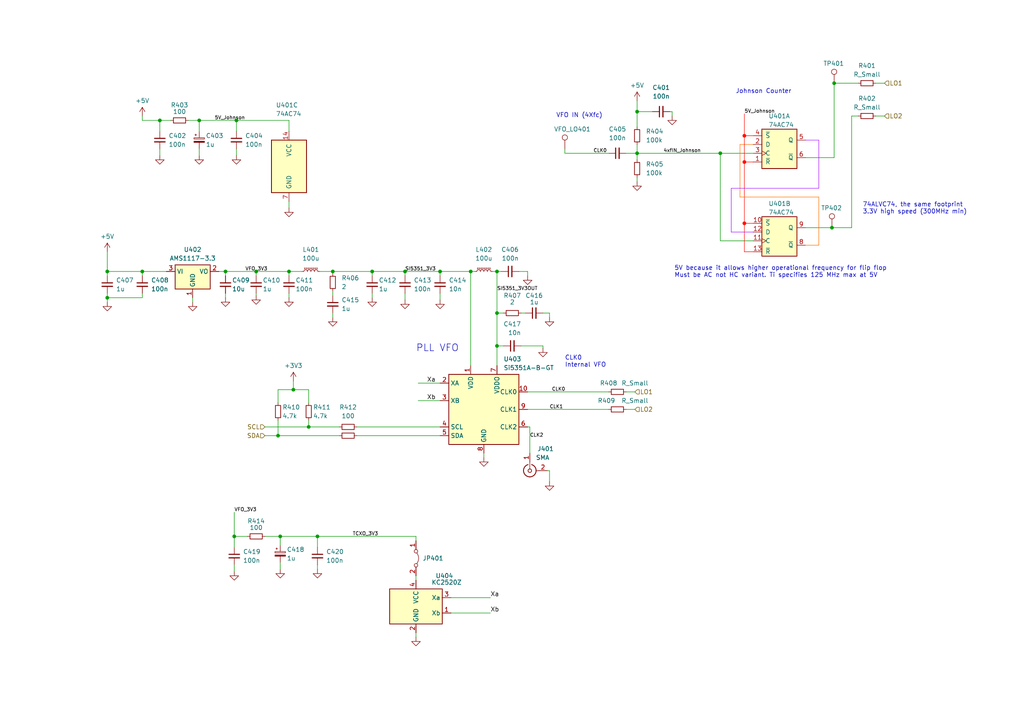
<source format=kicad_sch>
(kicad_sch (version 20231120) (generator "eeschema") (generator_version "8.0")
  (paper "A4")
  (title_block (title "Rhapsody - moduar experimental SDR TRX") (date "2023-10-12") (rev "1.0") (company "SP6GK") (comment 1 "VFO (LO for tayloe)") (comment 2 "Onboard PLL SI5351 or extenal from SMA input"))
  (lib_symbols
    (symbol "74HC74_1" (pin_names (offset 1.016))
      (property "Reference" "U102" (at 2.1941 10.16 0))
      (property "Value" "74HC74" (at 2.1941 7.62 0))
      (symbol "74HC74_1_1_0"
        (pin input line (at -7.62 -3.81 0) (length 2.54) (name "~{R}") (number "1"))
        (pin input line (at -7.62 1.27 0) (length 2.54) (name "D") (number "2"))
        (pin input clock (at -7.62 -1.27 0) (length 2.54) (name "C") (number "3"))
        (pin input line (at -7.62 3.81 0) (length 2.54) (name "~{S}") (number "4"))
        (pin output line (at 7.62 2.54 180) (length 2.54) (name "Q") (number "5"))
        (pin output line (at 7.62 -2.54 180) (length 2.54) (name "~{Q}") (number "6"))
      )
      (symbol "74HC74_1_1_1"
        (rectangle (start -5.08 5.715) (end 5.08 -5.715) (stroke (width 0.254)) (fill (type background)))
      )
      (symbol "74HC74_1_2_0"
        (pin input line (at -7.62 3.81 0) (length 2.54) (name "~{S}") (number "10"))
        (pin input clock (at -7.62 -1.27 0) (length 2.54) (name "C") (number "11"))
        (pin input line (at -7.62 1.27 0) (length 2.54) (name "D") (number "12"))
        (pin input line (at -7.62 -4.445 0) (length 2.54) (name "~{R}") (number "13"))
        (pin output line (at 7.62 -2.54 180) (length 2.54) (name "~{Q}") (number "8"))
        (pin output line (at 7.62 2.54 180) (length 2.54) (name "Q") (number "9"))
      )
      (symbol "74HC74_1_2_1"
        (rectangle (start -5.08 5.715) (end 5.08 -5.715) (stroke (width 0.254)) (fill (type background)))
      )
      (symbol "74HC74_1_3_0"
        (pin power_in line (at 0 10.16 270) (length 2.54) (name "VCC") (number "14"))
        (pin power_in line (at 0 -10.16 90) (length 2.54) (name "GND") (number "7"))
      )
      (symbol "74HC74_1_3_1"
        (rectangle (start -5.08 7.62) (end 5.08 -7.62) (stroke (width 0.254)) (fill (type background)))
      )
    )
    (symbol "74HC74_2" (pin_names (offset 1.016))
      (property "Reference" "U102" (at 2.1941 10.16 0))
      (property "Value" "74HC74" (at 2.1941 7.62 0))
      (symbol "74HC74_2_1_0"
        (pin input line (at -7.62 -3.81 0) (length 2.54) (name "~{R}") (number "1"))
        (pin input line (at -7.62 1.27 0) (length 2.54) (name "D") (number "2"))
        (pin input clock (at -7.62 -1.27 0) (length 2.54) (name "C") (number "3"))
        (pin input line (at -7.62 3.81 0) (length 2.54) (name "~{S}") (number "4"))
        (pin output line (at 7.62 2.54 180) (length 2.54) (name "Q") (number "5"))
        (pin output line (at 7.62 -2.54 180) (length 2.54) (name "~{Q}") (number "6"))
      )
      (symbol "74HC74_2_1_1"
        (rectangle (start -5.08 5.715) (end 5.08 -5.715) (stroke (width 0.254)) (fill (type background)))
      )
      (symbol "74HC74_2_2_0"
        (pin input line (at -7.62 3.81 0) (length 2.54) (name "~{S}") (number "10"))
        (pin input clock (at -7.62 -1.27 0) (length 2.54) (name "C") (number "11"))
        (pin input line (at -7.62 1.27 0) (length 2.54) (name "D") (number "12"))
        (pin input line (at -7.62 -4.445 0) (length 2.54) (name "~{R}") (number "13"))
        (pin output line (at 7.62 -2.54 180) (length 2.54) (name "~{Q}") (number "8"))
        (pin output line (at 7.62 2.54 180) (length 2.54) (name "Q") (number "9"))
      )
      (symbol "74HC74_2_2_1"
        (rectangle (start -5.08 5.715) (end 5.08 -5.715) (stroke (width 0.254)) (fill (type background)))
      )
      (symbol "74HC74_2_3_0"
        (pin power_in line (at 0 10.16 270) (length 2.54) (name "VCC") (number "14"))
        (pin power_in line (at 0 -10.16 90) (length 2.54) (name "GND") (number "7"))
      )
      (symbol "74HC74_2_3_1"
        (rectangle (start -5.08 7.62) (end 5.08 -7.62) (stroke (width 0.254)) (fill (type background)))
      )
    )
    (symbol "74xx:74HC74" (pin_names (offset 1.016))
      (property "Reference" "U102" (at 2.1941 10.16 0))
      (property "Value" "74HC74" (at 2.1941 7.62 0))
      (symbol "74HC74_1_0"
        (pin input line (at -7.62 -3.81 0) (length 2.54) (name "~{R}") (number "1"))
        (pin input line (at -7.62 1.27 0) (length 2.54) (name "D") (number "2"))
        (pin input clock (at -7.62 -1.27 0) (length 2.54) (name "C") (number "3"))
        (pin input line (at -7.62 3.81 0) (length 2.54) (name "~{S}") (number "4"))
        (pin output line (at 7.62 2.54 180) (length 2.54) (name "Q") (number "5"))
        (pin output line (at 7.62 -2.54 180) (length 2.54) (name "~{Q}") (number "6"))
      )
      (symbol "74HC74_1_1"
        (rectangle (start -5.08 5.715) (end 5.08 -5.715) (stroke (width 0.254)) (fill (type background)))
      )
      (symbol "74HC74_2_0"
        (pin input line (at -7.62 3.81 0) (length 2.54) (name "~{S}") (number "10"))
        (pin input clock (at -7.62 -1.27 0) (length 2.54) (name "C") (number "11"))
        (pin input line (at -7.62 1.27 0) (length 2.54) (name "D") (number "12"))
        (pin input line (at -7.62 -4.445 0) (length 2.54) (name "~{R}") (number "13"))
        (pin output line (at 7.62 -2.54 180) (length 2.54) (name "~{Q}") (number "8"))
        (pin output line (at 7.62 2.54 180) (length 2.54) (name "Q") (number "9"))
      )
      (symbol "74HC74_2_1"
        (rectangle (start -5.08 5.715) (end 5.08 -5.715) (stroke (width 0.254)) (fill (type background)))
      )
      (symbol "74HC74_3_0"
        (pin power_in line (at 0 10.16 270) (length 2.54) (name "VCC") (number "14"))
        (pin power_in line (at 0 -10.16 90) (length 2.54) (name "GND") (number "7"))
      )
      (symbol "74HC74_3_1"
        (rectangle (start -5.08 7.62) (end 5.08 -7.62) (stroke (width 0.254)) (fill (type background)))
      )
    )
    (symbol "Connector:Conn_Coaxial" (pin_names (offset 1.016) hide)
      (property "Reference" "J" (at 0.254 3.048 0))
      (property "Value" "Conn_Coaxial" (at 2.921 0 90))
      (symbol "Conn_Coaxial_0_1"
        (arc (start -1.778 -0.508) (mid 0.2311 -1.8066) (end 1.778 0) (stroke (width 0.254)))
        (polyline (pts (xy -2.54 0) (xy -0.508 0)))
        (polyline (pts (xy 0 -2.54) (xy 0 -1.778)))
        (circle (center 0 0) (radius 0.508) (stroke (width 0.2032)))
        (arc (start 1.778 0) (mid 0.2099 1.8101) (end -1.778 0.508) (stroke (width 0.254)))
      )
      (symbol "Conn_Coaxial_1_1"
        (pin passive line (at -5.08 0 0) (length 2.54) (name "In") (number "1"))
        (pin passive line (at 0 -5.08 90) (length 2.54) (name "Ext") (number "2"))
      )
    )
    (symbol "Connector:TestPoint" (pin_numbers hide) (pin_names (offset 0.762) hide)
      (property "Reference" "TP" (at 0 6.858 0))
      (property "Value" "TestPoint" (at 0 5.08 0))
      (symbol "TestPoint_0_1"
        (circle (center 0 3.302) (radius 0.762))
      )
      (symbol "TestPoint_1_1"
        (pin passive line (at 0 0 90) (length 2.54) (name "1") (number "1"))
      )
    )
    (symbol "Device:C_Polarized_Small" (pin_numbers hide) (pin_names (offset 0.254) hide)
      (property "Reference" "C" (at 0.254 1.778 0))
      (property "Value" "C_Polarized_Small" (at 0.254 -2.032 0))
      (symbol "C_Polarized_Small_0_1"
        (rectangle (start -1.524 -0.3048) (end 1.524 -0.6858) (fill (type outline)))
        (rectangle (start -1.524 0.6858) (end 1.524 0.3048))
        (polyline (pts (xy -1.27 1.524) (xy -0.762 1.524)))
        (polyline (pts (xy -1.016 1.27) (xy -1.016 1.778)))
      )
      (symbol "C_Polarized_Small_1_1"
        (pin passive line (at 0 2.54 270) (length 1.8542) (name "~") (number "1"))
        (pin passive line (at 0 -2.54 90) (length 1.8542) (name "~") (number "2"))
      )
    )
    (symbol "Device:C_Small" (pin_numbers hide) (pin_names (offset 0.254) hide)
      (property "Reference" "C" (at 0.254 1.778 0))
      (property "Value" "C_Small" (at 0.254 -2.032 0))
      (symbol "C_Small_0_1"
        (polyline (pts (xy -1.524 -0.508) (xy 1.524 -0.508)) (stroke (width 0.3302)))
        (polyline (pts (xy -1.524 0.508) (xy 1.524 0.508)) (stroke (width 0.3048)))
      )
      (symbol "C_Small_1_1"
        (pin passive line (at 0 2.54 270) (length 2.032) (name "~") (number "1"))
        (pin passive line (at 0 -2.54 90) (length 2.032) (name "~") (number "2"))
      )
    )
    (symbol "Device:L_Ferrite_Small" (pin_numbers hide) (pin_names (offset 0.254) hide)
      (property "Reference" "L" (at 1.27 1.016 0))
      (property "Value" "L_Ferrite_Small" (at 1.27 -1.27 0))
      (symbol "L_Ferrite_Small_0_1"
        (arc (start 0 -2.032) (mid 0.5058 -1.524) (end 0 -1.016))
        (arc (start 0 -1.016) (mid 0.5058 -0.508) (end 0 0))
        (polyline (pts (xy 0.762 -1.905) (xy 0.762 -1.651)))
        (polyline (pts (xy 0.762 -1.397) (xy 0.762 -1.143)))
        (polyline (pts (xy 0.762 -0.889) (xy 0.762 -0.635)))
        (polyline (pts (xy 0.762 -0.381) (xy 0.762 -0.127)))
        (polyline (pts (xy 0.762 0.127) (xy 0.762 0.381)))
        (polyline (pts (xy 0.762 0.635) (xy 0.762 0.889)))
        (polyline (pts (xy 0.762 1.143) (xy 0.762 1.397)))
        (polyline (pts (xy 0.762 1.651) (xy 0.762 1.905)))
        (polyline (pts (xy 1.016 -1.651) (xy 1.016 -1.905)))
        (polyline (pts (xy 1.016 -1.143) (xy 1.016 -1.397)))
        (polyline (pts (xy 1.016 -0.635) (xy 1.016 -0.889)))
        (polyline (pts (xy 1.016 -0.127) (xy 1.016 -0.381)))
        (polyline (pts (xy 1.016 0.381) (xy 1.016 0.127)))
        (polyline (pts (xy 1.016 0.889) (xy 1.016 0.635)))
        (polyline (pts (xy 1.016 1.397) (xy 1.016 1.143)))
        (polyline (pts (xy 1.016 1.905) (xy 1.016 1.651)))
        (arc (start 0 0) (mid 0.5058 0.508) (end 0 1.016))
        (arc (start 0 1.016) (mid 0.5058 1.524) (end 0 2.032))
      )
      (symbol "L_Ferrite_Small_1_1"
        (pin passive line (at 0 2.54 270) (length 0.508) (name "~") (number "1"))
        (pin passive line (at 0 -2.54 90) (length 0.508) (name "~") (number "2"))
      )
    )
    (symbol "Device:R_Small" (pin_numbers hide) (pin_names (offset 0.254) hide)
      (property "Reference" "R" (at 0.762 0.508 0))
      (property "Value" "R_Small" (at 0.762 -1.016 0))
      (symbol "R_Small_0_1"
        (rectangle (start -0.762 1.778) (end 0.762 -1.778) (stroke (width 0.2032)))
      )
      (symbol "R_Small_1_1"
        (pin passive line (at 0 2.54 270) (length 0.762) (name "~") (number "1"))
        (pin passive line (at 0 -2.54 90) (length 0.762) (name "~") (number "2"))
      )
    )
    (symbol "Jumper:Jumper_2_Bridged" (pin_names (offset 0) hide)
      (property "Reference" "JP" (at 0 1.905 0))
      (property "Value" "Jumper_2_Bridged" (at 0 -2.54 0))
      (symbol "Jumper_2_Bridged_0_0"
        (circle (center -2.032 0) (radius 0.508))
        (circle (center 2.032 0) (radius 0.508))
      )
      (symbol "Jumper_2_Bridged_0_1"
        (arc (start 1.524 0.254) (mid 0 0.762) (end -1.524 0.254))
      )
      (symbol "Jumper_2_Bridged_1_1"
        (pin passive line (at -5.08 0 0) (length 2.54) (name "A") (number "1"))
        (pin passive line (at 5.08 0 180) (length 2.54) (name "B") (number "2"))
      )
    )
    (symbol "Oscillator:KC2520Z"
      (property "Reference" "U404" (at 8.255 8.89 0))
      (property "Value" "KC2520Z" (at 8.89 6.985 0))
      (symbol "KC2520Z_0_1"
        (rectangle (start -7.62 5.08) (end 7.62 -5.08) (stroke (width 0.254)) (fill (type background)))
      )
      (symbol "KC2520Z_1_1"
        (pin input line (at 10.16 -1.905 180) (length 2.54) (name "Xb") (number "1"))
        (pin power_in line (at 0 -7.62 90) (length 2.54) (name "GND") (number "2"))
        (pin output line (at 10.16 2.54 180) (length 2.54) (name "Xa") (number "3"))
        (pin power_in line (at 0 7.62 270) (length 2.54) (name "VCC") (number "4"))
      )
    )
    (symbol "Oscillator:Si5351A-B-GT"
      (property "Reference" "U402" (at 2.1941 -12.065 0))
      (property "Value" "Si5351A-B-GT" (at 2.1941 -14.605 0))
      (symbol "Si5351A-B-GT_0_1"
        (rectangle (start -10.16 10.16) (end 10.16 -10.16) (stroke (width 0.254)) (fill (type background)))
      )
      (symbol "Si5351A-B-GT_1_1"
        (pin power_in line (at -3.81 12.7 270) (length 2.54) (name "VDD") (number "1"))
        (pin output line (at 12.7 5.08 180) (length 2.54) (name "CLK0") (number "10"))
        (pin input line (at -12.7 7.62 0) (length 2.54) (name "XA") (number "2"))
        (pin input line (at -12.7 2.54 0) (length 2.54) (name "XB") (number "3"))
        (pin input line (at -12.7 -5.08 0) (length 2.54) (name "SCL") (number "4"))
        (pin bidirectional line (at -12.7 -7.62 0) (length 2.54) (name "SDA") (number "5"))
        (pin output line (at 12.7 -5.08 180) (length 2.54) (name "CLK2") (number "6"))
        (pin power_in line (at 3.81 12.7 270) (length 2.54) (name "VDDO") (number "7"))
        (pin power_in line (at 0 -12.7 90) (length 2.54) (name "GND") (number "8"))
        (pin output line (at 12.7 0 180) (length 2.54) (name "CLK1") (number "9"))
      )
    )
    (symbol "Regulator_Linear:AMS1117-2.85"
      (property "Reference" "U" (at -3.81 3.175 0))
      (property "Value" "AMS1117-2.85" (at 0 3.175 0))
      (symbol "AMS1117-2.85_0_1"
        (rectangle (start -5.08 -5.08) (end 5.08 1.905) (stroke (width 0.254)) (fill (type background)))
      )
      (symbol "AMS1117-2.85_1_1"
        (pin power_in line (at 0 -7.62 90) (length 2.54) (name "GND") (number "1"))
        (pin power_out line (at 7.62 0 180) (length 2.54) (name "VO") (number "2"))
        (pin power_in line (at -7.62 0 0) (length 2.54) (name "VI") (number "3"))
      )
    )
    (symbol "power:+3V3" (power) (pin_names (offset 0))
      (property "Value" "+3V3" (at 0 3.556 0))
      (symbol "+3V3_0_1"
        (polyline (pts (xy -0.762 1.27) (xy 0 2.54)))
        (polyline (pts (xy 0 0) (xy 0 2.54)))
        (polyline (pts (xy 0 2.54) (xy 0.762 1.27)))
      )
      (symbol "+3V3_1_1"
        (pin power_in line (at 0 0 90) (length 0) hide (name "+3V3") (number "1"))
      )
    )
    (symbol "power:+5V" (power) (pin_names (offset 0))
      (property "Value" "+5V" (at 0 3.556 0))
      (symbol "+5V_0_1"
        (polyline (pts (xy -0.762 1.27) (xy 0 2.54)))
        (polyline (pts (xy 0 0) (xy 0 2.54)))
        (polyline (pts (xy 0 2.54) (xy 0.762 1.27)))
      )
      (symbol "+5V_1_1"
        (pin power_in line (at 0 0 90) (length 0) hide (name "+5V") (number "1"))
      )
    )
    (symbol "power:GND" (power) (pin_names (offset 0))
      (property "Value" "GND" (at 0 -3.81 0))
      (symbol "GND_0_1"
        (polyline (pts (xy 0 0) (xy 0 -1.27) (xy 1.27 -1.27) (xy 0 -2.54) (xy -1.27 -1.27) (xy 0 -1.27)))
      )
      (symbol "GND_1_1"
        (pin power_in line (at 0 0 270) (length 0) hide (name "GND") (number "1"))
      )
    )
  )
  (junction (at 241.3 66.04))
  (junction (at 92.075 155.575))
  (junction (at 208.915 44.45))
  (junction (at 31.115 78.74))
  (junction (at 215.9 46.99) (color 255 9 0 1))
  (junction (at 144.145 90.805))
  (junction (at 144.145 100.33))
  (junction (at 96.52 78.74))
  (junction (at 136.525 78.74))
  (junction (at 184.785 32.385))
  (junction (at 184.785 44.45))
  (junction (at 31.115 86.36))
  (junction (at 74.295 78.74))
  (junction (at 81.28 155.575))
  (junction (at 65.405 78.74))
  (junction (at 117.475 78.74))
  (junction (at 127.635 78.74))
  (junction (at 215.9 39.37) (color 255 9 0 1))
  (junction (at 144.145 78.74))
  (junction (at 215.9 64.77) (color 255 9 0 1))
  (junction (at 46.355 34.925))
  (junction (at 67.945 155.575))
  (junction (at 80.645 126.365))
  (junction (at 83.82 78.74))
  (junction (at 57.785 34.925))
  (junction (at 68.58 34.925))
  (junction (at 107.95 78.74))
  (junction (at 41.275 78.74))
  (junction (at 89.535 123.825))
  (junction (at 241.935 24.13))
  (junction (at 85.09 113.03))
  (wire (pts (xy 247.015 33.655) (xy 248.92 33.655)))
  (wire (pts (xy 80.645 121.92) (xy 80.645 126.365)))
  (wire (pts (xy 215.9 64.77) (xy 215.9 46.99)) (stroke (width 0) (color 255 9 0 1)))
  (wire (pts (xy 67.945 163.83) (xy 67.945 165.735)))
  (wire (pts (xy 31.115 78.74) (xy 31.115 80.01)))
  (wire (pts (xy 41.275 86.36) (xy 41.275 85.09)))
  (wire (pts (xy 41.275 78.74) (xy 41.275 80.01)))
  (wire (pts (xy 54.61 34.925) (xy 57.785 34.925)))
  (wire (pts (xy 184.785 41.91) (xy 184.785 44.45)))
  (wire (pts (xy 121.285 111.125) (xy 127.635 111.125)))
  (wire (pts (xy 89.535 123.825) (xy 98.425 123.825)))
  (wire (pts (xy 107.95 80.01) (xy 107.95 78.74)))
  (wire (pts (xy 157.48 90.805) (xy 159.385 90.805)))
  (wire (pts (xy 46.355 43.18) (xy 46.355 45.085)))
  (wire (pts (xy 121.285 116.205) (xy 127.635 116.205)))
  (wire (pts (xy 117.475 78.74) (xy 127.635 78.74)))
  (wire (pts (xy 65.405 78.74) (xy 74.295 78.74)))
  (wire (pts (xy 83.82 78.74) (xy 87.63 78.74)))
  (wire (pts (xy 31.115 86.36) (xy 41.275 86.36)))
  (wire (pts (xy 181.61 44.45) (xy 184.785 44.45)))
  (wire (pts (xy 157.48 100.33) (xy 157.48 100.965)))
  (wire (pts (xy 76.835 126.365) (xy 80.645 126.365)))
  (wire (pts (xy 212.09 67.31) (xy 218.44 67.31)) (stroke (width 0) (color 169 26 255 1)))
  (wire (pts (xy 76.835 123.825) (xy 89.535 123.825)))
  (wire (pts (xy 153.035 113.665) (xy 176.53 113.665)))
  (wire (pts (xy 92.075 155.575) (xy 120.65 155.575)))
  (wire (pts (xy 218.44 41.91) (xy 214.63 41.91)) (stroke (width 0) (color 255 117 0 1)))
  (wire (pts (xy 218.44 69.85) (xy 208.915 69.85)))
  (wire (pts (xy 74.295 78.74) (xy 83.82 78.74)))
  (wire (pts (xy 127.635 78.74) (xy 127.635 80.01)))
  (wire (pts (xy 237.49 54.61) (xy 212.09 54.61)) (stroke (width 0) (color 169 26 255 1)))
  (wire (pts (xy 67.945 148.59) (xy 67.945 155.575)))
  (wire (pts (xy 254 24.13) (xy 256.54 24.13)))
  (wire (pts (xy 31.115 85.09) (xy 31.115 86.36)))
  (wire (pts (xy 89.535 113.03) (xy 89.535 116.84)))
  (wire (pts (xy 96.52 78.74) (xy 96.52 79.375)))
  (wire (pts (xy 153.035 118.745) (xy 176.53 118.745)))
  (wire (pts (xy 233.68 40.64) (xy 237.49 40.64)) (stroke (width 0) (color 169 26 255 1)))
  (wire (pts (xy 81.28 155.575) (xy 92.075 155.575)))
  (wire (pts (xy 65.405 78.74) (xy 65.405 80.01)))
  (wire (pts (xy 163.83 43.18) (xy 163.83 44.45)))
  (wire (pts (xy 89.535 121.92) (xy 89.535 123.825)))
  (wire (pts (xy 215.9 46.99) (xy 215.9 39.37)) (stroke (width 0) (color 255 9 0 1)))
  (wire (pts (xy 92.71 78.74) (xy 96.52 78.74)))
  (wire (pts (xy 237.49 71.12) (xy 233.68 71.12)) (stroke (width 0) (color 255 117 0 1)))
  (wire (pts (xy 117.475 78.74) (xy 117.475 80.01)))
  (wire (pts (xy 68.58 34.925) (xy 83.82 34.925)))
  (wire (pts (xy 158.75 136.525) (xy 159.385 136.525)))
  (wire (pts (xy 68.58 43.18) (xy 68.58 45.085)))
  (wire (pts (xy 65.405 85.09) (xy 65.405 86.36)))
  (wire (pts (xy 144.145 100.33) (xy 146.05 100.33)))
  (wire (pts (xy 151.13 90.805) (xy 152.4 90.805)))
  (wire (pts (xy 142.875 78.74) (xy 144.145 78.74)))
  (wire (pts (xy 136.525 78.74) (xy 136.525 106.045)))
  (wire (pts (xy 215.9 39.37) (xy 218.44 39.37)) (stroke (width 0) (color 255 9 0 1)))
  (wire (pts (xy 184.785 44.45) (xy 208.915 44.45)))
  (wire (pts (xy 57.785 34.925) (xy 68.58 34.925)))
  (wire (pts (xy 208.915 44.45) (xy 218.44 44.45)))
  (wire (pts (xy 194.945 32.385) (xy 194.945 33.655)))
  (wire (pts (xy 144.145 78.74) (xy 144.145 90.805)))
  (wire (pts (xy 130.81 177.8) (xy 142.24 177.8)))
  (wire (pts (xy 127.635 78.74) (xy 136.525 78.74)))
  (wire (pts (xy 254 33.655) (xy 256.54 33.655)))
  (wire (pts (xy 74.295 85.09) (xy 74.295 85.725)))
  (wire (pts (xy 107.95 85.09) (xy 107.95 86.36)))
  (wire (pts (xy 184.785 29.21) (xy 184.785 32.385)))
  (wire (pts (xy 107.95 78.74) (xy 117.475 78.74)))
  (wire (pts (xy 144.145 78.74) (xy 145.415 78.74)))
  (wire (pts (xy 194.31 32.385) (xy 194.945 32.385)))
  (wire (pts (xy 212.09 54.61) (xy 212.09 67.31)) (stroke (width 0) (color 169 26 255 1)))
  (wire (pts (xy 92.075 163.83) (xy 92.075 165.1)))
  (wire (pts (xy 120.65 155.575) (xy 120.65 156.845)))
  (wire (pts (xy 80.645 116.84) (xy 80.645 113.03)))
  (wire (pts (xy 67.945 155.575) (xy 67.945 158.75)))
  (wire (pts (xy 241.3 66.04) (xy 247.015 66.04)))
  (wire (pts (xy 151.13 100.33) (xy 157.48 100.33)))
  (wire (pts (xy 237.49 57.15) (xy 237.49 71.12)) (stroke (width 0) (color 255 117 0 1)))
  (wire (pts (xy 55.88 86.36) (xy 55.88 87.63)))
  (wire (pts (xy 68.58 34.925) (xy 68.58 38.1)))
  (wire (pts (xy 140.335 131.445) (xy 140.335 132.715)))
  (wire (pts (xy 31.115 78.74) (xy 41.275 78.74)))
  (wire (pts (xy 233.68 66.04) (xy 241.3 66.04)))
  (wire (pts (xy 159.385 90.805) (xy 159.385 92.075)))
  (wire (pts (xy 241.935 24.13) (xy 241.935 45.72)))
  (wire (pts (xy 83.82 78.74) (xy 83.82 80.01)))
  (wire (pts (xy 159.385 136.525) (xy 159.385 139.7)))
  (wire (pts (xy 153.035 123.825) (xy 153.67 123.825)))
  (wire (pts (xy 83.82 34.925) (xy 83.82 38.1)))
  (wire (pts (xy 103.505 126.365) (xy 127.635 126.365)))
  (wire (pts (xy 144.145 100.33) (xy 144.145 106.045)))
  (wire (pts (xy 31.115 73.025) (xy 31.115 78.74)))
  (wire (pts (xy 74.295 78.74) (xy 74.295 80.01)))
  (wire (pts (xy 71.755 155.575) (xy 67.945 155.575)))
  (wire (pts (xy 163.83 44.45) (xy 176.53 44.45)))
  (wire (pts (xy 83.82 58.42) (xy 83.82 60.325)))
  (wire (pts (xy 208.915 44.45) (xy 208.915 69.85)))
  (wire (pts (xy 41.275 33.655) (xy 41.275 34.925)))
  (wire (pts (xy 96.52 78.74) (xy 107.95 78.74)))
  (wire (pts (xy 233.68 45.72) (xy 241.935 45.72)))
  (wire (pts (xy 237.49 40.64) (xy 237.49 54.61)) (stroke (width 0) (color 169 26 255 1)))
  (wire (pts (xy 144.145 90.805) (xy 144.145 100.33)))
  (wire (pts (xy 57.785 34.925) (xy 57.785 38.1)))
  (wire (pts (xy 85.09 113.03) (xy 89.535 113.03)))
  (wire (pts (xy 215.9 33.02) (xy 215.9 39.37)) (stroke (width 0) (color 255 9 0 1)))
  (wire (pts (xy 130.81 173.355) (xy 142.24 173.355)))
  (wire (pts (xy 103.505 123.825) (xy 127.635 123.825)))
  (wire (pts (xy 81.28 155.575) (xy 81.28 158.115)))
  (wire (pts (xy 247.015 33.655) (xy 247.015 66.04)))
  (wire (pts (xy 215.9 46.99) (xy 218.44 46.99)) (stroke (width 0) (color 255 9 0 1)))
  (wire (pts (xy 181.61 113.665) (xy 184.15 113.665)))
  (wire (pts (xy 214.63 57.15) (xy 237.49 57.15)) (stroke (width 0) (color 255 117 0 1)))
  (wire (pts (xy 57.785 43.18) (xy 57.785 45.085)))
  (wire (pts (xy 215.9 73.025) (xy 215.9 64.77)) (stroke (width 0) (color 255 9 0 1)))
  (wire (pts (xy 96.52 90.805) (xy 96.52 92.075)))
  (wire (pts (xy 218.44 73.025) (xy 215.9 73.025)) (stroke (width 0) (color 255 9 0 1)))
  (wire (pts (xy 215.9 64.77) (xy 218.44 64.77)) (stroke (width 0) (color 255 9 0 1)))
  (wire (pts (xy 184.785 44.45) (xy 184.785 46.355)))
  (wire (pts (xy 120.65 167.005) (xy 120.65 168.275)))
  (wire (pts (xy 85.09 110.49) (xy 85.09 113.03)))
  (wire (pts (xy 81.28 163.195) (xy 81.28 165.1)))
  (wire (pts (xy 184.785 32.385) (xy 184.785 36.83)))
  (wire (pts (xy 136.525 78.74) (xy 137.795 78.74)))
  (wire (pts (xy 127.635 85.09) (xy 127.635 86.995)))
  (wire (pts (xy 48.26 78.74) (xy 41.275 78.74)))
  (wire (pts (xy 31.115 86.36) (xy 31.115 87.63)))
  (wire (pts (xy 80.645 126.365) (xy 98.425 126.365)))
  (wire (pts (xy 83.82 85.09) (xy 83.82 86.36)))
  (wire (pts (xy 117.475 85.09) (xy 117.475 86.995)))
  (wire (pts (xy 241.935 24.13) (xy 248.92 24.13)))
  (wire (pts (xy 184.785 32.385) (xy 189.23 32.385)))
  (wire (pts (xy 181.61 118.745) (xy 184.15 118.745)))
  (wire (pts (xy 63.5 78.74) (xy 65.405 78.74)))
  (wire (pts (xy 76.835 155.575) (xy 81.28 155.575)))
  (wire (pts (xy 144.145 90.805) (xy 146.05 90.805)))
  (wire (pts (xy 153.035 78.74) (xy 150.495 78.74)))
  (wire (pts (xy 41.275 34.925) (xy 46.355 34.925)))
  (wire (pts (xy 46.355 34.925) (xy 49.53 34.925)))
  (wire (pts (xy 214.63 41.91) (xy 214.63 57.15)) (stroke (width 0) (color 255 117 0 1)))
  (wire (pts (xy 46.355 34.925) (xy 46.355 38.1)))
  (wire (pts (xy 153.67 123.825) (xy 153.67 131.445)))
  (wire (pts (xy 92.075 155.575) (xy 92.075 158.75)))
  (wire (pts (xy 120.65 183.515) (xy 120.65 184.785)))
  (wire (pts (xy 96.52 84.455) (xy 96.52 85.725)))
  (wire (pts (xy 184.785 51.435) (xy 184.785 52.705)))
  (wire (pts (xy 80.645 113.03) (xy 85.09 113.03)))
  (wire (pts (xy 153.035 80.01) (xy 153.035 78.74)))
  (text "CLK0\nInternal VFO\n" (at 163.83 106.68 0) (effects (font (size 1.27 1.27)) (justify left bottom)))
  (text "VFO IN (4Xfc)" (at 161.29 34.29 0) (effects (font (size 1.27 1.27)) (justify left bottom)))
  (text "PLL VFO\n" (at 120.65 102.235 0) (effects (font (size 2 2)) (justify left bottom)))
  (text "Johnson Counter" (at 213.36 27.305 0) (effects (font (size 1.27 1.27)) (justify left bottom)))
  (text "74ALVC74, the same footprint\n3.3V high speed (300MHz min)" (at 250.19 62.23 0) (effects (font (size 1.27 1.27)) (justify left bottom)))
  (text "5V because it allows higher operational frequency for flip flop\nMust be AC not HC variant. Ti specifies 125 MHz max at 5V" (at 195.58 80.645 0) (effects (font (size 1.27 1.27)) (justify left bottom)))
  (label "5V_Johnson" (at 215.9 33.02 0) (effects (font (size 1 1))))
  (label "CLK2" (at 153.67 127 0) (effects (font (size 1 1))))
  (label "CLK1" (at 159.385 118.745 0) (effects (font (size 1 1))))
  (label "CLK0" (at 160.02 113.665 0) (effects (font (size 1 1))))
  (label "Xa" (at 123.825 111.125 0))
  (label "SI5351_3V3" (at 117.475 78.74 0) (effects (font (size 1 1))))
  (label "VFO_3V3" (at 67.945 148.59 0) (effects (font (size 1 1))))
  (label "4xfIN_Johnson" (at 192.405 44.45 0) (effects (font (size 1 1))))
  (label "SI5351_3V3OUT" (at 144.145 84.455 0) (effects (font (size 1 1))))
  (label "TCXO_3V3" (at 102.235 155.575 0) (effects (font (size 1 1))))
  (label "Xa" (at 142.24 173.355 0))
  (label "VFO_3V3" (at 71.12 78.74 0) (effects (font (size 1 1))))
  (label "Xb" (at 142.24 177.8 0))
  (label "Xb" (at 123.825 116.205 0))
  (label "CLK0" (at 172.085 44.45 0) (effects (font (size 1 1))))
  (label "5V_Johnson" (at 62.23 34.925 0) (effects (font (size 1 1))))
  (hierarchical_label "LO1" (shape input) (at 256.54 24.13 0))
  (hierarchical_label "SCL" (shape input) (at 76.835 123.825 180))
  (hierarchical_label "LO2" (shape input) (at 256.54 33.655 0))
  (hierarchical_label "LO1" (shape input) (at 184.15 113.665 0))
  (hierarchical_label "LO2" (shape input) (at 184.15 118.745 0))
  (hierarchical_label "SDA" (shape input) (at 76.835 126.365 180))
  (symbol (lib_id "power:+5V") (at 41.275 33.655 0) (unit 1)
    (property "Reference" "#PWR0402" (effects (hide yes)))
    (property "Value" "+5V" (at 41.275 29.21 0))
  )
  (symbol (lib_id "Device:L_Ferrite_Small") (at 140.335 78.74 90) (unit 1)
    (property "Reference" "L402" (at 140.335 72.39 90))
    (property "Value" "100u" (at 140.335 74.93 90))
    (property "Footprint" "Inductor_SMD:L_0805_2012Metric_Pad1.05x1.20mm_HandSolder" (effects (hide yes)))
  )
  (symbol (lib_id "Oscillator:Si5351A-B-GT") (at 140.335 118.745 0) (unit 1)
    (property "Reference" "U403" (at 146.05 104.14 0) (effects (justify left)))
    (property "Value" "Si5351A-B-GT" (at 146.05 106.68 0) (effects (justify left)))
    (property "Footprint" "Package_SO:MSOP-10_3x3mm_P0.5mm" (effects (hide yes)))
    (property "Datasheet" "https://www.silabs.com/documents/public/data-sheets/Si5351-B.pdf" (effects (hide yes)))
  )
  (symbol (lib_id "Device:R_Small") (at 96.52 81.915 0) (unit 1)
    (property "Reference" "R406" (at 99.06 80.645 0) (effects (justify left)))
    (property "Value" "2" (at 99.06 83.185 0) (effects (justify left)))
    (property "Footprint" "Resistor_SMD:R_0603_1608Metric_Pad0.98x0.95mm_HandSolder" (effects (hide yes)))
  )
  (symbol (lib_id "Device:R_Small") (at 251.46 24.13 90) (unit 1)
    (property "Reference" "R401" (at 251.46 19.05 90))
    (property "Value" "R_Small" (at 251.46 21.59 90))
    (property "Footprint" "Resistor_SMD:R_1206_3216Metric_Pad1.30x1.75mm_HandSolder" (effects (hide yes)))
  )
  (symbol (lib_id "Device:C_Small") (at 41.275 82.55 0) (unit 1)
    (property "Reference" "C408" (at 43.815 81.28 0) (effects (justify left)))
    (property "Value" "100n" (at 43.815 83.82 0) (effects (justify left)))
    (property "Footprint" "Capacitor_SMD:C_0603_1608Metric_Pad1.08x0.95mm_HandSolder" (effects (hide yes)))
  )
  (symbol (lib_id "Device:C_Small") (at 148.59 100.33 90) (unit 1)
    (property "Reference" "C417" (at 151.13 93.98 90) (effects (justify left)))
    (property "Value" "10n" (at 151.13 96.52 90) (effects (justify left)))
    (property "Footprint" "Capacitor_SMD:C_0603_1608Metric_Pad1.08x0.95mm_HandSolder" (effects (hide yes)))
  )
  (symbol (lib_id "Device:R_Small") (at 179.07 118.745 90) (unit 1)
    (property "Reference" "R409" (at 175.895 116.205 90))
    (property "Value" "R_Small" (at 184.15 116.205 90))
    (property "Footprint" "Resistor_SMD:R_1206_3216Metric_Pad1.30x1.75mm_HandSolder" (effects (hide yes)))
  )
  (symbol (lib_id "power:+5V") (at 31.115 73.025 0) (unit 1)
    (property "Reference" "#PWR0409" (effects (hide yes)))
    (property "Value" "+5V" (at 31.115 68.58 0))
  )
  (symbol (lib_id "Device:C_Small") (at 46.355 40.64 0) (unit 1)
    (property "Reference" "C402" (at 48.895 39.37 0) (effects (justify left)))
    (property "Value" "100n" (at 48.895 41.91 0) (effects (justify left)))
    (property "Footprint" "Capacitor_SMD:C_0603_1608Metric_Pad1.08x0.95mm_HandSolder" (effects (hide yes)))
  )
  (symbol (lib_id "power:GND") (at 74.295 85.725 0) (unit 1)
    (property "Reference" "#PWR0411" (effects (hide yes)))
    (property "Value" "GND" (effects (hide yes)))
  )
  (symbol (lib_id "Oscillator:KC2520Z") (at 120.65 175.895 0) (unit 1)
    (property "Reference" "U404" (at 128.905 167.005 0))
    (property "Value" "KC2520Z" (at 129.54 168.91 0))
    (property "Footprint" "Crystal:Crystal_SMD_3225-4Pin_3.2x2.5mm_HandSoldering" (effects (hide yes)))
    (property "Datasheet" "https://global.kyocera.com/prdct/electro/product/pdf/clock_z_xz_e.pdf" (effects (hide yes)))
  )
  (symbol (lib_id "Device:C_Polarized_Small") (at 81.28 160.655 0) (unit 1)
    (property "Reference" "C418" (at 83.185 159.385 0) (effects (justify left)))
    (property "Value" "1u" (at 83.185 161.925 0) (effects (justify left)))
    (property "Footprint" "Capacitor_SMD:C_0603_1608Metric_Pad1.08x0.95mm_HandSolder" (effects (hide yes)))
  )
  (symbol (lib_id "Connector:TestPoint") (at 163.83 43.18 0) (unit 1)
    (property "Reference" "VFO_LO401" (at 160.655 37.465 0) (effects (justify left)))
    (property "Value" "TestPoint" (effects (hide yes)))
    (property "Footprint" "TestPoint:TestPoint_Pad_D1.5mm" (effects (hide yes)))
  )
  (symbol (lib_id "Device:C_Small") (at 83.82 82.55 0) (unit 1)
    (property "Reference" "C411" (at 85.725 81.28 0) (effects (justify left)))
    (property "Value" "100n" (at 85.725 83.82 0) (effects (justify left)))
    (property "Footprint" "Capacitor_SMD:C_0603_1608Metric_Pad1.08x0.95mm_HandSolder" (effects (hide yes)))
  )
  (symbol (lib_id "Connector:TestPoint") (at 241.3 66.04 0) (unit 1)
    (property "Reference" "TP402" (at 238.125 60.325 0) (effects (justify left)))
    (property "Value" "TestPoint" (effects (hide yes)))
    (property "Footprint" "TestPoint:TestPoint_Pad_D1.5mm" (effects (hide yes)))
  )
  (symbol (lib_id "power:GND") (at 194.945 33.655 0) (unit 1)
    (property "Reference" "#PWR0403" (effects (hide yes)))
    (property "Value" "GND" (effects (hide yes)))
  )
  (symbol (lib_id "Device:R_Small") (at 100.965 123.825 90) (unit 1)
    (property "Reference" "R412" (at 100.965 118.11 90))
    (property "Value" "100" (at 100.965 120.65 90))
    (property "Footprint" "Resistor_SMD:R_0603_1608Metric_Pad0.98x0.95mm_HandSolder" (effects (hide yes)))
  )
  (symbol (lib_id "power:GND") (at 31.115 87.63 0) (unit 1)
    (property "Reference" "#PWR0417" (effects (hide yes)))
    (property "Value" "GND" (effects (hide yes)))
  )
  (symbol (lib_id "Device:C_Small") (at 147.955 78.74 90) (unit 1)
    (property "Reference" "C406" (at 150.495 72.39 90) (effects (justify left)))
    (property "Value" "100n" (at 150.495 74.93 90) (effects (justify left)))
    (property "Footprint" "Capacitor_SMD:C_0603_1608Metric_Pad1.08x0.95mm_HandSolder" (effects (hide yes)))
  )
  (symbol (lib_id "Device:R_Small") (at 89.535 119.38 0) (unit 1)
    (property "Reference" "R411" (at 90.805 118.11 0) (effects (justify left)))
    (property "Value" "4.7k" (at 90.805 120.65 0) (effects (justify left)))
    (property "Footprint" "Resistor_SMD:R_0603_1608Metric_Pad0.98x0.95mm_HandSolder" (effects (hide yes)))
  )
  (symbol (lib_id "power:+3V3") (at 85.09 110.49 0) (unit 1)
    (property "Reference" "#PWR0422" (effects (hide yes)))
    (property "Value" "+3V3" (at 85.09 106.045 0))
  )
  (symbol (lib_id "power:GND") (at 107.95 86.36 0) (unit 1)
    (property "Reference" "#PWR0414" (effects (hide yes)))
    (property "Value" "GND" (effects (hide yes)))
  )
  (symbol (lib_id "Device:C_Small") (at 92.075 161.29 0) (unit 1)
    (property "Reference" "C420" (at 94.615 160.02 0) (effects (justify left)))
    (property "Value" "100n" (at 94.615 162.56 0) (effects (justify left)))
    (property "Footprint" "Capacitor_SMD:C_0603_1608Metric_Pad1.08x0.95mm_HandSolder" (effects (hide yes)))
  )
  (symbol (lib_id "power:GND") (at 65.405 86.36 0) (unit 1)
    (property "Reference" "#PWR0412" (effects (hide yes)))
    (property "Value" "GND" (effects (hide yes)))
  )
  (symbol (lib_id "power:GND") (at 140.335 132.715 0) (unit 1)
    (property "Reference" "#PWR0423" (effects (hide yes)))
    (property "Value" "GND" (effects (hide yes)))
  )
  (symbol (lib_name "74HC74_2") (lib_id "74xx:74HC74") (at 226.06 68.58 0) (unit 2)
    (property "Reference" "U401" (at 222.885 59.055 0) (effects (justify left)))
    (property "Value" "74AC74" (at 222.885 61.595 0) (effects (justify left)))
    (property "Footprint" "Package_SO:SO-14_3.9x8.65mm_P1.27mm" (effects (hide yes)))
    (property "Datasheet" "74xx/74hc_hct74.pdf" (effects (hide yes)))
  )
  (symbol (lib_id "power:GND") (at 157.48 100.965 0) (unit 1)
    (property "Reference" "#PWR0421" (effects (hide yes)))
    (property "Value" "GND" (effects (hide yes)))
  )
  (symbol (lib_id "Device:C_Small") (at 127.635 82.55 0) (unit 1)
    (property "Reference" "C414" (at 130.175 81.28 0) (effects (justify left)))
    (property "Value" "10n" (at 130.175 83.82 0) (effects (justify left)))
    (property "Footprint" "Capacitor_SMD:C_0603_1608Metric_Pad1.08x0.95mm_HandSolder" (effects (hide yes)))
  )
  (symbol (lib_id "power:GND") (at 159.385 139.7 0) (unit 1)
    (property "Reference" "#PWR0424" (effects (hide yes)))
    (property "Value" "GND" (effects (hide yes)))
  )
  (symbol (lib_id "Connector:TestPoint") (at 241.935 24.13 0) (unit 1)
    (property "Reference" "TP401" (at 238.76 18.415 0) (effects (justify left)))
    (property "Value" "TestPoint" (effects (hide yes)))
    (property "Footprint" "TestPoint:TestPoint_Pad_D1.5mm" (effects (hide yes)))
  )
  (symbol (lib_id "power:GND") (at 68.58 45.085 0) (unit 1)
    (property "Reference" "#PWR0406" (effects (hide yes)))
    (property "Value" "GND" (effects (hide yes)))
  )
  (symbol (lib_id "power:GND") (at 117.475 86.995 0) (unit 1)
    (property "Reference" "#PWR0415" (effects (hide yes)))
    (property "Value" "GND" (effects (hide yes)))
  )
  (symbol (lib_id "Device:C_Small") (at 96.52 88.265 0) (unit 1)
    (property "Reference" "C415" (at 99.06 86.995 0) (effects (justify left)))
    (property "Value" "1u" (at 99.06 89.535 0) (effects (justify left)))
    (property "Footprint" "Capacitor_SMD:C_0603_1608Metric_Pad1.08x0.95mm_HandSolder" (effects (hide yes)))
  )
  (symbol (lib_id "Device:C_Polarized_Small") (at 57.785 40.64 0) (unit 1)
    (property "Reference" "C403" (at 59.69 39.37 0) (effects (justify left)))
    (property "Value" "1u" (at 59.69 41.91 0) (effects (justify left)))
    (property "Footprint" "Capacitor_SMD:C_0603_1608Metric_Pad1.08x0.95mm_HandSolder" (effects (hide yes)))
  )
  (symbol (lib_id "Device:C_Small") (at 68.58 40.64 0) (unit 1)
    (property "Reference" "C404" (at 71.12 39.37 0) (effects (justify left)))
    (property "Value" "100n" (at 71.12 41.91 0) (effects (justify left)))
    (property "Footprint" "Capacitor_SMD:C_0603_1608Metric_Pad1.08x0.95mm_HandSolder" (effects (hide yes)))
  )
  (symbol (lib_id "Regulator_Linear:AMS1117-2.85") (at 55.88 78.74 0) (unit 1)
    (property "Reference" "U402" (at 55.88 72.39 0))
    (property "Value" "AMS1117-3.3" (at 55.88 74.93 0))
    (property "Footprint" "Package_TO_SOT_SMD:SOT-223-3_TabPin2" (effects (hide yes)))
    (property "Datasheet" "http://www.advanced-monolithic.com/pdf/ds1117.pdf" (effects (hide yes)))
  )
  (symbol (lib_id "power:GND") (at 153.035 80.01 0) (unit 1)
    (property "Reference" "#PWR0410" (effects (hide yes)))
    (property "Value" "GND" (effects (hide yes)))
  )
  (symbol (lib_id "power:GND") (at 127.635 86.995 0) (unit 1)
    (property "Reference" "#PWR0416" (effects (hide yes)))
    (property "Value" "GND" (effects (hide yes)))
  )
  (symbol (lib_id "Device:C_Small") (at 117.475 82.55 0) (unit 1)
    (property "Reference" "C413" (at 120.015 81.28 0) (effects (justify left)))
    (property "Value" "100n" (at 120.015 83.82 0) (effects (justify left)))
    (property "Footprint" "Capacitor_SMD:C_0603_1608Metric_Pad1.08x0.95mm_HandSolder" (effects (hide yes)))
  )
  (symbol (lib_id "power:GND") (at 67.945 165.735 0) (unit 1)
    (property "Reference" "#PWR0427" (effects (hide yes)))
    (property "Value" "GND" (effects (hide yes)))
  )
  (symbol (lib_id "power:GND") (at 55.88 87.63 0) (unit 1)
    (property "Reference" "#PWR0418" (effects (hide yes)))
    (property "Value" "GND" (effects (hide yes)))
  )
  (symbol (lib_id "Device:R_Small") (at 184.785 39.37 0) (unit 1)
    (property "Reference" "R404" (at 187.325 38.1 0) (effects (justify left)))
    (property "Value" "100k" (at 187.325 40.64 0) (effects (justify left)))
    (property "Footprint" "Resistor_SMD:R_0603_1608Metric_Pad0.98x0.95mm_HandSolder" (effects (hide yes)))
  )
  (symbol (lib_id "Connector:Conn_Coaxial") (at 153.67 136.525 90) (mirror x) (unit 1)
    (property "Reference" "J401" (at 160.655 130.175 90) (effects (justify left)))
    (property "Value" "SMA" (at 159.385 132.715 90) (effects (justify left)))
    (property "Footprint" "Connector_Coaxial:SMA_Wurth_60312102114405_Vertical" (effects (hide yes)))
    (property "Datasheet" " ~" (effects (hide yes)))
  )
  (symbol (lib_id "Device:R_Small") (at 74.295 155.575 90) (unit 1)
    (property "Reference" "R414" (at 74.295 151.13 90))
    (property "Value" "100" (at 74.295 153.035 90))
    (property "Footprint" "Resistor_SMD:R_0603_1608Metric_Pad0.98x0.95mm_HandSolder" (effects (hide yes)))
  )
  (symbol (lib_id "Device:L_Ferrite_Small") (at 90.17 78.74 90) (unit 1)
    (property "Reference" "L401" (at 90.17 72.39 90))
    (property "Value" "100u" (at 90.17 74.93 90))
    (property "Footprint" "Inductor_SMD:L_1206_3216Metric_Pad1.22x1.90mm_HandSolder" (effects (hide yes)))
  )
  (symbol (lib_id "power:GND") (at 81.28 165.1 0) (unit 1)
    (property "Reference" "#PWR0425" (effects (hide yes)))
    (property "Value" "GND" (effects (hide yes)))
  )
  (symbol (lib_id "power:GND") (at 159.385 92.075 0) (unit 1)
    (property "Reference" "#PWR0420" (effects (hide yes)))
    (property "Value" "GND" (effects (hide yes)))
  )
  (symbol (lib_id "Device:R_Small") (at 100.965 126.365 90) (unit 1)
    (property "Reference" "R413" (effects (hide yes)))
    (property "Value" "R_Small" (effects (hide yes)))
    (property "Footprint" "Resistor_SMD:R_0603_1608Metric_Pad0.98x0.95mm_HandSolder" (effects (hide yes)))
  )
  (symbol (lib_id "Device:R_Small") (at 52.07 34.925 90) (unit 1)
    (property "Reference" "R403" (at 52.07 30.48 90))
    (property "Value" "100" (at 52.07 32.385 90))
    (property "Footprint" "Resistor_SMD:R_0603_1608Metric_Pad0.98x0.95mm_HandSolder" (effects (hide yes)))
  )
  (symbol (lib_id "Device:C_Small") (at 65.405 82.55 0) (unit 1)
    (property "Reference" "C409" (at 67.31 81.28 0) (effects (justify left)))
    (property "Value" "10u" (at 67.31 83.82 0) (effects (justify left)))
    (property "Footprint" "Capacitor_SMD:C_1206_3216Metric_Pad1.33x1.80mm_HandSolder" (effects (hide yes)))
  )
  (symbol (lib_id "power:GND") (at 96.52 92.075 0) (unit 1)
    (property "Reference" "#PWR0419" (effects (hide yes)))
    (property "Value" "GND" (effects (hide yes)))
  )
  (symbol (lib_id "Device:C_Small") (at 107.95 82.55 0) (unit 1)
    (property "Reference" "C412" (at 109.855 81.28 0) (effects (justify left)))
    (property "Value" "1u" (at 109.855 83.82 0) (effects (justify left)))
    (property "Footprint" "Capacitor_SMD:C_0603_1608Metric_Pad1.08x0.95mm_HandSolder" (effects (hide yes)))
  )
  (symbol (lib_id "Device:R_Small") (at 80.645 119.38 0) (unit 1)
    (property "Reference" "R410" (at 81.915 118.11 0) (effects (justify left)))
    (property "Value" "4.7k" (at 81.915 120.65 0) (effects (justify left)))
    (property "Footprint" "Resistor_SMD:R_0603_1608Metric_Pad0.98x0.95mm_HandSolder" (effects (hide yes)))
  )
  (symbol (lib_id "power:GND") (at 83.82 86.36 0) (unit 1)
    (property "Reference" "#PWR0413" (effects (hide yes)))
    (property "Value" "GND" (effects (hide yes)))
  )
  (symbol (lib_id "power:GND") (at 184.785 52.705 0) (unit 1)
    (property "Reference" "#PWR0407" (effects (hide yes)))
    (property "Value" "GND" (effects (hide yes)))
  )
  (symbol (lib_id "power:GND") (at 46.355 45.085 0) (unit 1)
    (property "Reference" "#PWR0404" (effects (hide yes)))
    (property "Value" "GND" (effects (hide yes)))
  )
  (symbol (lib_id "power:+5V") (at 184.785 29.21 0) (unit 1)
    (property "Reference" "#PWR0401" (effects (hide yes)))
    (property "Value" "+5V" (at 184.785 24.765 0))
  )
  (symbol (lib_id "Device:C_Small") (at 67.945 161.29 0) (unit 1)
    (property "Reference" "C419" (at 70.485 160.02 0) (effects (justify left)))
    (property "Value" "100n" (at 70.485 162.56 0) (effects (justify left)))
    (property "Footprint" "Capacitor_SMD:C_0603_1608Metric_Pad1.08x0.95mm_HandSolder" (effects (hide yes)))
  )
  (symbol (lib_id "Device:C_Small") (at 179.07 44.45 90) (unit 1)
    (property "Reference" "C405" (at 179.0763 37.465 90))
    (property "Value" "100n" (at 179.0763 40.005 90))
    (property "Footprint" "Capacitor_SMD:C_0603_1608Metric_Pad1.08x0.95mm_HandSolder" (effects (hide yes)))
  )
  (symbol (lib_id "power:GND") (at 120.65 184.785 0) (unit 1)
    (property "Reference" "#PWR0428" (effects (hide yes)))
    (property "Value" "GND" (effects (hide yes)))
  )
  (symbol (lib_id "Device:C_Small") (at 154.94 90.805 90) (unit 1)
    (property "Reference" "C416" (at 154.94 85.725 90))
    (property "Value" "1u" (at 154.94 87.63 90))
    (property "Footprint" "Capacitor_SMD:C_0603_1608Metric_Pad1.08x0.95mm_HandSolder" (effects (hide yes)))
  )
  (symbol (lib_id "Device:R_Small") (at 251.46 33.655 90) (unit 1)
    (property "Reference" "R402" (at 251.46 28.575 90))
    (property "Value" "R_Small" (at 251.46 31.115 90))
    (property "Footprint" "Resistor_SMD:R_1206_3216Metric_Pad1.30x1.75mm_HandSolder" (effects (hide yes)))
  )
  (symbol (lib_id "Device:C_Small") (at 191.77 32.385 90) (unit 1)
    (property "Reference" "C401" (at 191.7763 25.4 90))
    (property "Value" "100n" (at 191.7763 27.94 90))
    (property "Footprint" "Capacitor_SMD:C_0603_1608Metric_Pad1.08x0.95mm_HandSolder" (effects (hide yes)))
  )
  (symbol (lib_id "Device:R_Small") (at 148.59 90.805 90) (unit 1)
    (property "Reference" "R407" (at 148.59 85.725 90))
    (property "Value" "2" (at 148.59 87.63 90))
    (property "Footprint" "Resistor_SMD:R_0603_1608Metric_Pad0.98x0.95mm_HandSolder" (effects (hide yes)))
  )
  (symbol (lib_id "Device:C_Small") (at 31.115 82.55 0) (unit 1)
    (property "Reference" "C407" (at 33.655 81.28 0) (effects (justify left)))
    (property "Value" "1u" (at 33.655 83.82 0) (effects (justify left)))
    (property "Footprint" "Capacitor_SMD:C_0603_1608Metric_Pad1.08x0.95mm_HandSolder" (effects (hide yes)))
  )
  (symbol (lib_id "power:GND") (at 57.785 45.085 0) (unit 1)
    (property "Reference" "#PWR0405" (effects (hide yes)))
    (property "Value" "GND" (effects (hide yes)))
  )
  (symbol (lib_id "Device:C_Small") (at 74.295 82.55 0) (unit 1)
    (property "Reference" "C410" (at 76.2 81.28 0) (effects (justify left)))
    (property "Value" "1u" (at 76.2 83.82 0) (effects (justify left)))
    (property "Footprint" "Capacitor_SMD:C_0603_1608Metric_Pad1.08x0.95mm_HandSolder" (effects (hide yes)))
  )
  (symbol (lib_id "Device:R_Small") (at 179.07 113.665 90) (unit 1)
    (property "Reference" "R408" (at 176.53 111.125 90))
    (property "Value" "R_Small" (at 184.15 111.125 90))
    (property "Footprint" "Resistor_SMD:R_1206_3216Metric_Pad1.30x1.75mm_HandSolder" (effects (hide yes)))
  )
  (symbol (lib_id "power:GND") (at 83.82 60.325 0) (unit 1)
    (property "Reference" "#PWR0408" (effects (hide yes)))
    (property "Value" "GND" (effects (hide yes)))
  )
  (symbol (lib_id "Jumper:Jumper_2_Bridged") (at 120.65 161.925 270) (unit 1)
    (property "Reference" "JP401" (at 122.555 161.925 90) (effects (justify left)))
    (property "Value" "Jumper_2_Bridged" (effects (hide yes)))
    (property "Footprint" "Jumper:SolderJumper-2_P1.3mm_Open_Pad1.0x1.5mm" (effects (hide yes)))
  )
  (symbol (lib_id "74xx:74HC74") (at 226.06 43.18 0) (unit 1)
    (property "Reference" "U401" (at 222.885 33.655 0) (effects (justify left)))
    (property "Value" "74AC74" (at 222.885 36.195 0) (effects (justify left)))
    (property "Footprint" "Package_SO:SO-14_3.9x8.65mm_P1.27mm" (effects (hide yes)))
    (property "Datasheet" "74xx/74hc_hct74.pdf" (effects (hide yes)))
  )
  (symbol (lib_id "Device:R_Small") (at 184.785 48.895 0) (unit 1)
    (property "Reference" "R405" (at 187.325 47.625 0) (effects (justify left)))
    (property "Value" "100k" (at 187.325 50.165 0) (effects (justify left)))
    (property "Footprint" "Resistor_SMD:R_0603_1608Metric_Pad0.98x0.95mm_HandSolder" (effects (hide yes)))
  )
  (symbol (lib_id "power:GND") (at 92.075 165.1 0) (unit 1)
    (property "Reference" "#PWR0426" (effects (hide yes)))
    (property "Value" "GND" (effects (hide yes)))
  )
  (symbol (lib_name "74HC74_1") (lib_id "74xx:74HC74") (at 83.82 48.26 0) (unit 3)
    (property "Reference" "U401" (at 80.01 30.48 0) (effects (justify left)))
    (property "Value" "74AC74" (at 80.01 33.02 0) (effects (justify left)))
    (property "Footprint" "Package_SO:SO-14_3.9x8.65mm_P1.27mm" (effects (hide yes)))
    (property "Datasheet" "74xx/74hc_hct74.pdf" (effects (hide yes)))
  )
)
</source>
